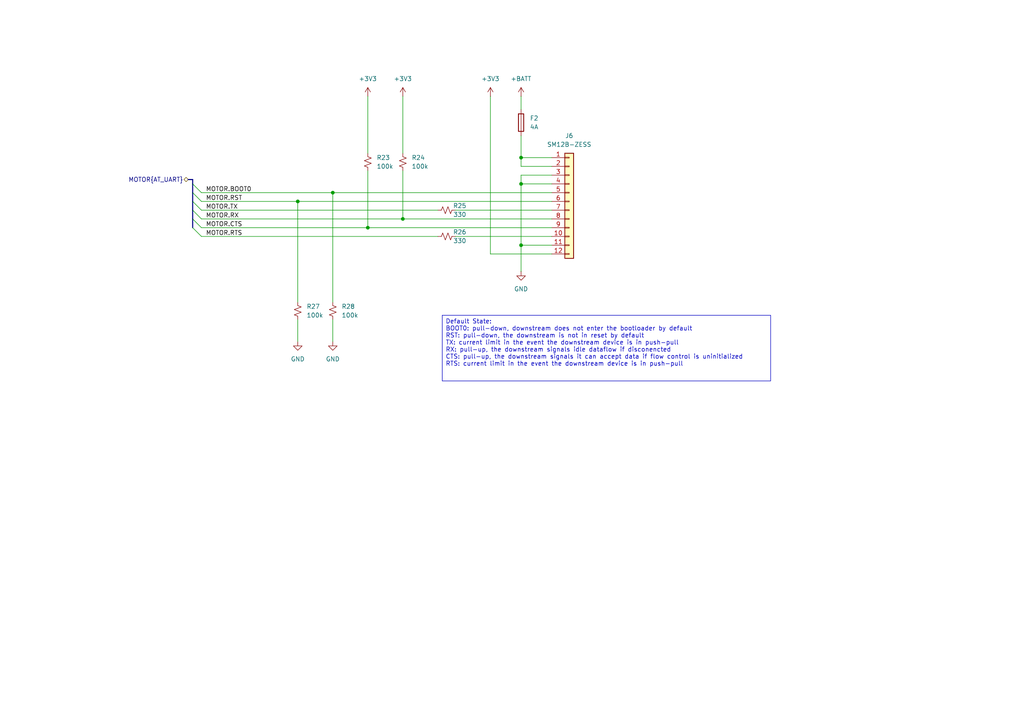
<source format=kicad_sch>
(kicad_sch (version 20231120) (generator "eeschema") (generator_version "8.0")
  (paper "A4")
  (title_block (title "Control") (date "2024-12-21") (rev "v3.0") (company "SSL A-Team") (comment 1 "Author: Will Stuckey"))
  (lib_symbols
    (symbol "Connector_Generic:Conn_01x12" (pin_names (offset 1.016) hide)
      (property "Reference" "J" (at 0 15.24 0))
      (property "Value" "Conn_01x12" (at 0 -17.78 0))
      (symbol "Conn_01x12_1_1"
        (rectangle (start -1.27 -15.113) (end 0 -15.367) (stroke (width 0.1524)))
        (rectangle (start -1.27 -12.573) (end 0 -12.827) (stroke (width 0.1524)))
        (rectangle (start -1.27 -10.033) (end 0 -10.287) (stroke (width 0.1524)))
        (rectangle (start -1.27 -7.493) (end 0 -7.747) (stroke (width 0.1524)))
        (rectangle (start -1.27 -4.953) (end 0 -5.207) (stroke (width 0.1524)))
        (rectangle (start -1.27 -2.413) (end 0 -2.667) (stroke (width 0.1524)))
        (rectangle (start -1.27 0.127) (end 0 -0.127) (stroke (width 0.1524)))
        (rectangle (start -1.27 2.667) (end 0 2.413) (stroke (width 0.1524)))
        (rectangle (start -1.27 5.207) (end 0 4.953) (stroke (width 0.1524)))
        (rectangle (start -1.27 7.747) (end 0 7.493) (stroke (width 0.1524)))
        (rectangle (start -1.27 10.287) (end 0 10.033) (stroke (width 0.1524)))
        (rectangle (start -1.27 12.827) (end 0 12.573) (stroke (width 0.1524)))
        (rectangle (start -1.27 13.97) (end 1.27 -16.51) (stroke (width 0.254)) (fill (type background)))
        (pin passive line (at -5.08 12.7 0) (length 3.81) (name "Pin_1") (number "1"))
        (pin passive line (at -5.08 -10.16 0) (length 3.81) (name "Pin_10") (number "10"))
        (pin passive line (at -5.08 -12.7 0) (length 3.81) (name "Pin_11") (number "11"))
        (pin passive line (at -5.08 -15.24 0) (length 3.81) (name "Pin_12") (number "12"))
        (pin passive line (at -5.08 10.16 0) (length 3.81) (name "Pin_2") (number "2"))
        (pin passive line (at -5.08 7.62 0) (length 3.81) (name "Pin_3") (number "3"))
        (pin passive line (at -5.08 5.08 0) (length 3.81) (name "Pin_4") (number "4"))
        (pin passive line (at -5.08 2.54 0) (length 3.81) (name "Pin_5") (number "5"))
        (pin passive line (at -5.08 0 0) (length 3.81) (name "Pin_6") (number "6"))
        (pin passive line (at -5.08 -2.54 0) (length 3.81) (name "Pin_7") (number "7"))
        (pin passive line (at -5.08 -5.08 0) (length 3.81) (name "Pin_8") (number "8"))
        (pin passive line (at -5.08 -7.62 0) (length 3.81) (name "Pin_9") (number "9"))
      )
    )
    (symbol "Device:Fuse" (pin_numbers hide) (pin_names (offset 0))
      (property "Reference" "F" (at 2.032 0 90))
      (property "Value" "Fuse" (at -1.905 0 90))
      (symbol "Fuse_0_1"
        (rectangle (start -0.762 -2.54) (end 0.762 2.54) (stroke (width 0.254)))
        (polyline (pts (xy 0 2.54) (xy 0 -2.54)))
      )
      (symbol "Fuse_1_1"
        (pin passive line (at 0 3.81 270) (length 1.27) (name "~") (number "1"))
        (pin passive line (at 0 -3.81 90) (length 1.27) (name "~") (number "2"))
      )
    )
    (symbol "Device:R_Small_US" (pin_numbers hide) (pin_names (offset 0.254) hide)
      (property "Reference" "R" (at 0.762 0.508 0))
      (property "Value" "R_Small_US" (at 0.762 -1.016 0))
      (symbol "R_Small_US_1_1"
        (polyline (pts (xy 0 0) (xy 1.016 -0.381) (xy 0 -0.762) (xy -1.016 -1.143) (xy 0 -1.524)))
        (polyline (pts (xy 0 1.524) (xy 1.016 1.143) (xy 0 0.762) (xy -1.016 0.381) (xy 0 0)))
        (pin passive line (at 0 2.54 270) (length 1.016) (name "~") (number "1"))
        (pin passive line (at 0 -2.54 90) (length 1.016) (name "~") (number "2"))
      )
    )
    (symbol "power:+3V3" (power) (pin_numbers hide) (pin_names (offset 0) hide)
      (property "Value" "+3V3" (at 0 3.556 0))
      (symbol "+3V3_0_1"
        (polyline (pts (xy -0.762 1.27) (xy 0 2.54)))
        (polyline (pts (xy 0 0) (xy 0 2.54)))
        (polyline (pts (xy 0 2.54) (xy 0.762 1.27)))
      )
      (symbol "+3V3_1_1"
        (pin power_in line (at 0 0 90) (length 0) (name "~") (number "1"))
      )
    )
    (symbol "power:+BATT" (power) (pin_numbers hide) (pin_names (offset 0) hide)
      (property "Value" "+BATT" (at 0 3.556 0))
      (symbol "+BATT_0_1"
        (polyline (pts (xy -0.762 1.27) (xy 0 2.54)))
        (polyline (pts (xy 0 0) (xy 0 2.54)))
        (polyline (pts (xy 0 2.54) (xy 0.762 1.27)))
      )
      (symbol "+BATT_1_1"
        (pin power_in line (at 0 0 90) (length 0) (name "~") (number "1"))
      )
    )
    (symbol "power:GND" (power) (pin_numbers hide) (pin_names (offset 0) hide)
      (property "Value" "GND" (at 0 -3.81 0))
      (symbol "GND_0_1"
        (polyline (pts (xy 0 0) (xy 0 -1.27) (xy 1.27 -1.27) (xy 0 -2.54) (xy -1.27 -1.27) (xy 0 -1.27)))
      )
      (symbol "GND_1_1"
        (pin power_in line (at 0 0 270) (length 0) (name "~") (number "1"))
      )
    )
  )
  (junction (at 151.13 45.72))
  (junction (at 116.84 63.5))
  (junction (at 151.13 53.34))
  (junction (at 106.68 66.04))
  (junction (at 151.13 71.12))
  (junction (at 86.36 58.42))
  (junction (at 96.52 55.88))
  (bus_entry (at 55.88 60.96) (size 2.54 2.54))
  (bus_entry (at 55.88 58.42) (size 2.54 2.54))
  (bus_entry (at 55.88 53.34) (size 2.54 2.54))
  (bus_entry (at 55.88 63.5) (size 2.54 2.54))
  (bus_entry (at 55.88 55.88) (size 2.54 2.54))
  (bus_entry (at 55.88 66.04) (size 2.54 2.54))
  (wire (pts (xy 86.36 58.42) (xy 86.36 87.63)))
  (wire (pts (xy 96.52 55.88) (xy 160.02 55.88)))
  (wire (pts (xy 58.42 66.04) (xy 106.68 66.04)))
  (wire (pts (xy 58.42 55.88) (xy 96.52 55.88)))
  (bus (pts (xy 55.88 53.34) (xy 55.88 55.88)))
  (wire (pts (xy 58.42 63.5) (xy 116.84 63.5)))
  (wire (pts (xy 160.02 48.26) (xy 151.13 48.26)))
  (wire (pts (xy 151.13 53.34) (xy 160.02 53.34)))
  (wire (pts (xy 86.36 58.42) (xy 160.02 58.42)))
  (wire (pts (xy 96.52 55.88) (xy 96.52 87.63)))
  (wire (pts (xy 116.84 49.53) (xy 116.84 63.5)))
  (bus (pts (xy 55.88 52.07) (xy 55.88 53.34)))
  (wire (pts (xy 96.52 92.71) (xy 96.52 99.06)))
  (wire (pts (xy 86.36 92.71) (xy 86.36 99.06)))
  (wire (pts (xy 58.42 58.42) (xy 86.36 58.42)))
  (wire (pts (xy 142.24 27.94) (xy 142.24 73.66)))
  (wire (pts (xy 116.84 63.5) (xy 160.02 63.5)))
  (wire (pts (xy 151.13 48.26) (xy 151.13 45.72)))
  (bus (pts (xy 54.61 52.07) (xy 55.88 52.07)))
  (bus (pts (xy 55.88 63.5) (xy 55.88 66.04)))
  (wire (pts (xy 132.08 68.58) (xy 160.02 68.58)))
  (wire (pts (xy 151.13 71.12) (xy 160.02 71.12)))
  (wire (pts (xy 58.42 68.58) (xy 127 68.58)))
  (wire (pts (xy 142.24 73.66) (xy 160.02 73.66)))
  (wire (pts (xy 151.13 39.37) (xy 151.13 45.72)))
  (wire (pts (xy 151.13 50.8) (xy 151.13 53.34)))
  (bus (pts (xy 55.88 60.96) (xy 55.88 63.5)))
  (wire (pts (xy 132.08 60.96) (xy 160.02 60.96)))
  (wire (pts (xy 106.68 66.04) (xy 160.02 66.04)))
  (wire (pts (xy 151.13 45.72) (xy 160.02 45.72)))
  (wire (pts (xy 151.13 27.94) (xy 151.13 31.75)))
  (wire (pts (xy 151.13 71.12) (xy 151.13 78.74)))
  (wire (pts (xy 151.13 53.34) (xy 151.13 71.12)))
  (wire (pts (xy 106.68 27.94) (xy 106.68 44.45)))
  (wire (pts (xy 160.02 50.8) (xy 151.13 50.8)))
  (wire (pts (xy 58.42 60.96) (xy 127 60.96)))
  (bus (pts (xy 55.88 55.88) (xy 55.88 58.42)))
  (wire (pts (xy 116.84 27.94) (xy 116.84 44.45)))
  (wire (pts (xy 106.68 49.53) (xy 106.68 66.04)))
  (bus (pts (xy 55.88 58.42) (xy 55.88 60.96)))
  (text_box "Default State:\nBOOT0: pull-down, downstream does not enter the bootloader by default\nRST: pull-down, the downstream is not in reset by default\nTX: current limit in the event the downstream device is in push-pull\nRX: pull-up, the downstream signals idle dataflow if disconencted\nCTS: pull-up, the downstream signals it can accept data if flow control is uninitialized\nRTS: current limit in the event the downstream device is in push-pull\n" (at 128.27 91.44 0) (size 95.25 19.05) (effects (font (size 1.27 1.27)) (justify left top)))
  (label "MOTOR.RTS" (at 59.69 68.58 0))
  (label "MOTOR.RX" (at 59.69 63.5 0))
  (label "MOTOR.BOOT0" (at 59.69 55.88 0))
  (label "MOTOR.TX" (at 59.69 60.96 0))
  (label "MOTOR.CTS" (at 59.69 66.04 0))
  (label "MOTOR.RST" (at 59.69 58.42 0))
  (hierarchical_label "MOTOR{AT_UART}" (shape bidirectional) (at 54.61 52.07 180))
  (symbol (lib_id "Connector_Generic:Conn_01x12") (at 165.1 58.42 0) (unit 1)
    (property "Reference" "J6" (at 165.1 39.37 0))
    (property "Value" "SM12B-ZESS" (at 165.1 41.91 0))
    (property "Footprint" "Connector_JST:JST_ZE_SM12B-ZESS-TB_1x12-1MP_P1.50mm_Horizontal" (effects (hide yes)))
    (property "Description" "Generic connector, single row, 01x12, script generated (kicad-library-utils/schlib/autogen/connector/)" (effects (hide yes)))
    (instances (project "control" (path "" (reference "J6") (unit 1)) (path "" (reference "J3") (unit 1)) (path "" (reference "J7") (unit 1)) (path "" (reference "J8") (unit 1))))
  )
  (symbol (lib_id "power:+BATT") (at 151.13 27.94 0) (unit 1)
    (property "Reference" "#PWR090" (effects (hide yes)))
    (property "Value" "+BATT" (at 151.13 22.86 0))
    (property "Description" "Power symbol creates a global label with name \"+BATT\"" (effects (hide yes)))
    (instances (project "control" (path "" (reference "#PWR090") (unit 1)) (path "" (reference "#PWR073") (unit 1)) (path "" (reference "#PWR097") (unit 1)) (path "" (reference "#PWR0104") (unit 1))))
  )
  (symbol (lib_id "power:+3V3") (at 116.84 27.94 0) (unit 1)
    (property "Reference" "#PWR088" (effects (hide yes)))
    (property "Value" "+3V3" (at 116.84 22.86 0))
    (property "Description" "Power symbol creates a global label with name \"+3V3\"" (effects (hide yes)))
    (instances (project "control" (path "" (reference "#PWR088") (unit 1)) (path "" (reference "#PWR071") (unit 1)) (path "" (reference "#PWR095") (unit 1)) (path "" (reference "#PWR0102") (unit 1))))
  )
  (symbol (lib_id "Device:R_Small_US") (at 106.68 46.99 0) (unit 1)
    (property "Reference" "R23" (at 109.22 45.7199 0) (effects (justify left)))
    (property "Value" "100k" (at 109.22 48.2599 0) (effects (justify left)))
    (property "Footprint" "Resistor_SMD:R_0402_1005Metric" (effects (hide yes)))
    (property "Description" "Resistor, small US symbol" (effects (hide yes)))
    (instances (project "control" (path "" (reference "R23") (unit 1)) (path "" (reference "R13") (unit 1)) (path "" (reference "R29") (unit 1)) (path "" (reference "R35") (unit 1))))
  )
  (symbol (lib_id "Device:Fuse") (at 151.13 35.56 0) (unit 1)
    (property "Reference" "F2" (at 153.67 34.2899 0) (effects (justify left)))
    (property "Value" "4A" (at 153.67 36.8299 0) (effects (justify left)))
    (property "Footprint" "Fuse:Fuse_0603_1608Metric_Pad1.05x0.95mm_HandSolder" (effects (hide yes)))
    (property "Description" "Fuse" (effects (hide yes)))
    (instances (project "control" (path "" (reference "F2") (unit 1)) (path "" (reference "F1") (unit 1)) (path "" (reference "F3") (unit 1)) (path "" (reference "F4") (unit 1))))
  )
  (symbol (lib_id "Device:R_Small_US") (at 129.54 60.96 90) (unit 1)
    (property "Reference" "R25" (at 133.35 59.69 90))
    (property "Value" "330" (at 133.35 62.23 90))
    (property "Footprint" "Resistor_SMD:R_0402_1005Metric" (effects (hide yes)))
    (property "Description" "Resistor, small US symbol" (effects (hide yes)))
    (instances (project "control" (path "" (reference "R25") (unit 1)) (path "" (reference "R15") (unit 1)) (path "" (reference "R31") (unit 1)) (path "" (reference "R37") (unit 1))))
  )
  (symbol (lib_id "Device:R_Small_US") (at 116.84 46.99 0) (unit 1)
    (property "Reference" "R24" (at 119.38 45.7199 0) (effects (justify left)))
    (property "Value" "100k" (at 119.38 48.2599 0) (effects (justify left)))
    (property "Footprint" "Resistor_SMD:R_0402_1005Metric" (effects (hide yes)))
    (property "Description" "Resistor, small US symbol" (effects (hide yes)))
    (instances (project "control" (path "" (reference "R24") (unit 1)) (path "" (reference "R14") (unit 1)) (path "" (reference "R30") (unit 1)) (path "" (reference "R36") (unit 1))))
  )
  (symbol (lib_id "Device:R_Small_US") (at 96.52 90.17 0) (unit 1)
    (property "Reference" "R28" (at 99.06 88.8999 0) (effects (justify left)))
    (property "Value" "100k" (at 99.06 91.4399 0) (effects (justify left)))
    (property "Footprint" "Resistor_SMD:R_0402_1005Metric" (effects (hide yes)))
    (property "Description" "Resistor, small US symbol" (effects (hide yes)))
    (instances (project "control" (path "" (reference "R28") (unit 1)) (path "" (reference "R18") (unit 1)) (path "" (reference "R34") (unit 1)) (path "" (reference "R40") (unit 1))))
  )
  (symbol (lib_id "power:+3V3") (at 106.68 27.94 0) (unit 1)
    (property "Reference" "#PWR087" (effects (hide yes)))
    (property "Value" "+3V3" (at 106.68 22.86 0))
    (property "Description" "Power symbol creates a global label with name \"+3V3\"" (effects (hide yes)))
    (instances (project "control" (path "" (reference "#PWR087") (unit 1)) (path "" (reference "#PWR070") (unit 1)) (path "" (reference "#PWR094") (unit 1)) (path "" (reference "#PWR0101") (unit 1))))
  )
  (symbol (lib_id "power:GND") (at 86.36 99.06 0) (unit 1)
    (property "Reference" "#PWR092" (effects (hide yes)))
    (property "Value" "GND" (at 86.36 104.14 0))
    (property "Description" "Power symbol creates a global label with name \"GND\" , ground" (effects (hide yes)))
    (instances (project "control" (path "" (reference "#PWR092") (unit 1)) (path "" (reference "#PWR075") (unit 1)) (path "" (reference "#PWR099") (unit 1)) (path "" (reference "#PWR0106") (unit 1))))
  )
  (symbol (lib_id "Device:R_Small_US") (at 86.36 90.17 0) (unit 1)
    (property "Reference" "R27" (at 88.9 88.8999 0) (effects (justify left)))
    (property "Value" "100k" (at 88.9 91.4399 0) (effects (justify left)))
    (property "Footprint" "Resistor_SMD:R_0402_1005Metric" (effects (hide yes)))
    (property "Description" "Resistor, small US symbol" (effects (hide yes)))
    (instances (project "control" (path "" (reference "R27") (unit 1)) (path "" (reference "R17") (unit 1)) (path "" (reference "R33") (unit 1)) (path "" (reference "R39") (unit 1))))
  )
  (symbol (lib_id "power:GND") (at 96.52 99.06 0) (unit 1)
    (property "Reference" "#PWR093" (effects (hide yes)))
    (property "Value" "GND" (at 96.52 104.14 0))
    (property "Description" "Power symbol creates a global label with name \"GND\" , ground" (effects (hide yes)))
    (instances (project "control" (path "" (reference "#PWR093") (unit 1)) (path "" (reference "#PWR076") (unit 1)) (path "" (reference "#PWR0100") (unit 1)) (path "" (reference "#PWR0107") (unit 1))))
  )
  (symbol (lib_id "power:+3V3") (at 142.24 27.94 0) (unit 1)
    (property "Reference" "#PWR089" (effects (hide yes)))
    (property "Value" "+3V3" (at 142.24 22.86 0))
    (property "Description" "Power symbol creates a global label with name \"+3V3\"" (effects (hide yes)))
    (instances (project "control" (path "" (reference "#PWR089") (unit 1)) (path "" (reference "#PWR072") (unit 1)) (path "" (reference "#PWR096") (unit 1)) (path "" (reference "#PWR0103") (unit 1))))
  )
  (symbol (lib_id "Device:R_Small_US") (at 129.54 68.58 90) (unit 1)
    (property "Reference" "R26" (at 133.35 67.31 90))
    (property "Value" "330" (at 133.35 69.85 90))
    (property "Footprint" "Resistor_SMD:R_0402_1005Metric" (effects (hide yes)))
    (property "Description" "Resistor, small US symbol" (effects (hide yes)))
    (instances (project "control" (path "" (reference "R26") (unit 1)) (path "" (reference "R16") (unit 1)) (path "" (reference "R32") (unit 1)) (path "" (reference "R38") (unit 1))))
  )
  (symbol (lib_id "power:GND") (at 151.13 78.74 0) (unit 1)
    (property "Reference" "#PWR091" (effects (hide yes)))
    (property "Value" "GND" (at 151.13 83.82 0))
    (property "Description" "Power symbol creates a global label with name \"GND\" , ground" (effects (hide yes)))
    (instances (project "control" (path "" (reference "#PWR091") (unit 1)) (path "" (reference "#PWR074") (unit 1)) (path "" (reference "#PWR098") (unit 1)) (path "" (reference "#PWR0105") (unit 1))))
  )
)
</source>
